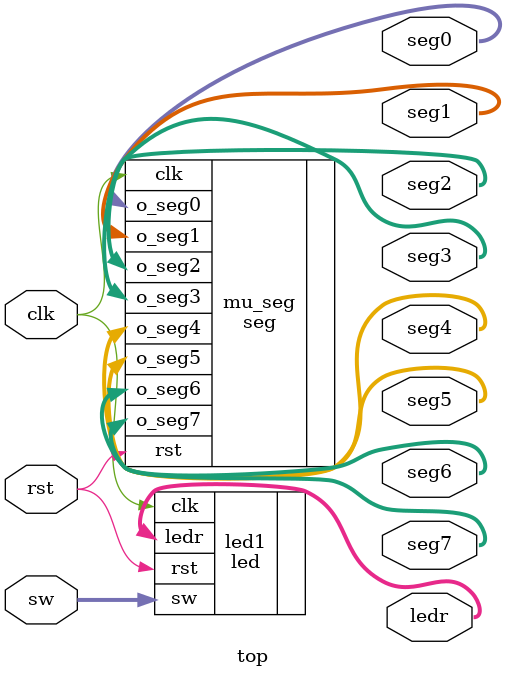
<source format=v>
module top (
    input clk,
    input rst,
    input [7:0] sw,
    output [15:0] ledr,
    
    output [7:0] seg0,
    output [7:0] seg1,
    output [7:0] seg2,
    output [7:0] seg3,
    output [7:0] seg4,
    output [7:0] seg5,
    output [7:0] seg6,
    output [7:0] seg7
);

led led1(
    .clk(clk),
    .rst(rst),
    .sw(sw),
    .ledr(ledr)
);

// assign VGA_CLK = clk;

// wire [9:0] h_addr;
// wire [9:0] v_addr;
// wire [23:0] vga_data;

// vga_ctrl my_vga_ctrl(
//     .pclk(clk),
//     .reset(rst),
//     .vga_data(vga_data),
//     .h_addr(h_addr),
//     .v_addr(v_addr),
//     .hsync(VGA_HSYNC),
//     .vsync(VGA_VSYNC),
//     .valid(VGA_BLANK_N),
//     .vga_r(VGA_R),
//     .vga_g(VGA_G),
//     .vga_b(VGA_B)
// );

// ps2_keyboard my_keyboard(
//     .clk(clk),
//     .resetn(~rst),
//     .ps2_clk(ps2_clk),
//     .ps2_data(ps2_data)
// );

seg mu_seg(
    .clk(clk),
    .rst(rst),
    .o_seg0(seg0),
    .o_seg1(seg1),
    .o_seg2(seg2),
    .o_seg3(seg3),
    .o_seg4(seg4),
    .o_seg5(seg5),
    .o_seg6(seg6),
    .o_seg7(seg7)
);

// vmem my_vmem(
//     .h_addr(h_addr),
//     .v_addr(v_addr[8:0]),
//     .vga_data(vga_data)
// );

endmodule

// module vmem (
//     input [9:0] h_addr,
//     input [8:0] v_addr,
//     output [23:0] vga_data
// );

// reg [23:0] vga_mem [524287:0];

// initial begin
//     $readmemh("resource/picture.hex", vga_mem);
// end

// assign vga_data = vga_mem[{h_addr, v_addr}];

// endmodule

</source>
